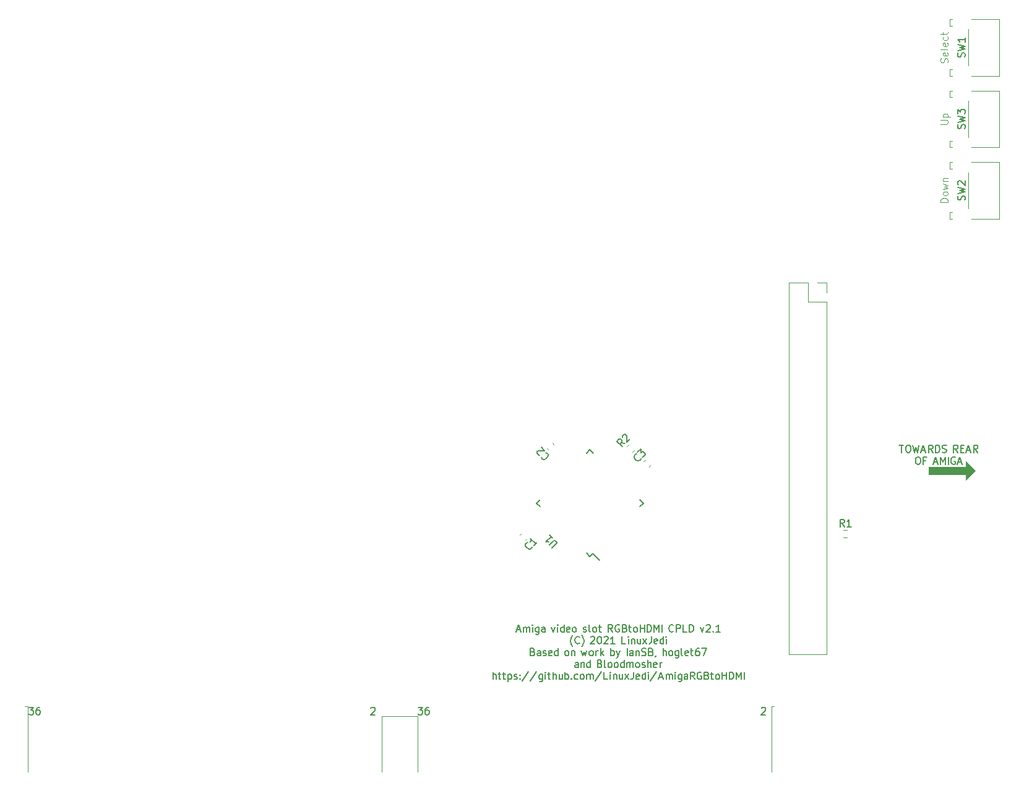
<source format=gbr>
G04 #@! TF.GenerationSoftware,KiCad,Pcbnew,6.99.0-dde629330d~145~ubuntu21.04.1*
G04 #@! TF.CreationDate,2022-01-09T07:55:56+00:00*
G04 #@! TF.ProjectId,videoslotadapter,76696465-6f73-46c6-9f74-616461707465,rev?*
G04 #@! TF.SameCoordinates,Original*
G04 #@! TF.FileFunction,Legend,Top*
G04 #@! TF.FilePolarity,Positive*
%FSLAX46Y46*%
G04 Gerber Fmt 4.6, Leading zero omitted, Abs format (unit mm)*
G04 Created by KiCad (PCBNEW 6.99.0-dde629330d~145~ubuntu21.04.1) date 2022-01-09 07:55:56*
%MOMM*%
%LPD*%
G01*
G04 APERTURE LIST*
%ADD10C,0.100000*%
%ADD11C,0.150000*%
%ADD12C,0.120000*%
G04 APERTURE END LIST*
D10*
X240030000Y-74930000D02*
X238760000Y-76200000D01*
X238760000Y-76200000D02*
X238760000Y-73660000D01*
X238760000Y-73660000D02*
X240030000Y-74930000D01*
G36*
X240030000Y-74930000D02*
G01*
X238760000Y-76200000D01*
X238760000Y-73660000D01*
X240030000Y-74930000D01*
G37*
X240030000Y-74930000D02*
X238760000Y-76200000D01*
X238760000Y-73660000D01*
X240030000Y-74930000D01*
X238760000Y-75438000D02*
X233680000Y-75438000D01*
X233680000Y-75438000D02*
X233680000Y-74422000D01*
X233680000Y-74422000D02*
X238760000Y-74422000D01*
X238760000Y-74422000D02*
X238760000Y-75438000D01*
G36*
X238760000Y-75438000D02*
G01*
X233680000Y-75438000D01*
X233680000Y-74422000D01*
X238760000Y-74422000D01*
X238760000Y-75438000D01*
G37*
X238760000Y-75438000D02*
X233680000Y-75438000D01*
X233680000Y-74422000D01*
X238760000Y-74422000D01*
X238760000Y-75438000D01*
D11*
X229666290Y-71413380D02*
X230237718Y-71413380D01*
X229952004Y-72413380D02*
X229952004Y-71413380D01*
X230816289Y-71413380D02*
X231006765Y-71413380D01*
X231102003Y-71461000D01*
X231197241Y-71556238D01*
X231244860Y-71746714D01*
X231244860Y-72080047D01*
X231197241Y-72270523D01*
X231102003Y-72365761D01*
X231006765Y-72413380D01*
X230816289Y-72413380D01*
X230721051Y-72365761D01*
X230625813Y-72270523D01*
X230578194Y-72080047D01*
X230578194Y-71746714D01*
X230625813Y-71556238D01*
X230721051Y-71461000D01*
X230816289Y-71413380D01*
X231537717Y-71413380D02*
X231775812Y-72413380D01*
X231966288Y-71699095D01*
X232156764Y-72413380D01*
X232394860Y-71413380D01*
X232735336Y-72127666D02*
X233211526Y-72127666D01*
X232640098Y-72413380D02*
X232973431Y-71413380D01*
X233306764Y-72413380D01*
X234266287Y-72413380D02*
X233932954Y-71937190D01*
X233694859Y-72413380D02*
X233694859Y-71413380D01*
X234075811Y-71413380D01*
X234171049Y-71461000D01*
X234218668Y-71508619D01*
X234266287Y-71603857D01*
X234266287Y-71746714D01*
X234218668Y-71841952D01*
X234171049Y-71889571D01*
X234075811Y-71937190D01*
X233694859Y-71937190D01*
X234654382Y-72413380D02*
X234654382Y-71413380D01*
X234892477Y-71413380D01*
X235035334Y-71461000D01*
X235130572Y-71556238D01*
X235178191Y-71651476D01*
X235225810Y-71841952D01*
X235225810Y-71984809D01*
X235178191Y-72175285D01*
X235130572Y-72270523D01*
X235035334Y-72365761D01*
X234892477Y-72413380D01*
X234654382Y-72413380D01*
X235566286Y-72365761D02*
X235709143Y-72413380D01*
X235947238Y-72413380D01*
X236042476Y-72365761D01*
X236090095Y-72318142D01*
X236137714Y-72222904D01*
X236137714Y-72127666D01*
X236090095Y-72032428D01*
X236042476Y-71984809D01*
X235947238Y-71937190D01*
X235756762Y-71889571D01*
X235661524Y-71841952D01*
X235613905Y-71794333D01*
X235566286Y-71699095D01*
X235566286Y-71603857D01*
X235613905Y-71508619D01*
X235661524Y-71461000D01*
X235756762Y-71413380D01*
X235994857Y-71413380D01*
X236137714Y-71461000D01*
X237697237Y-72413380D02*
X237363904Y-71937190D01*
X237125809Y-72413380D02*
X237125809Y-71413380D01*
X237506761Y-71413380D01*
X237601999Y-71461000D01*
X237649618Y-71508619D01*
X237697237Y-71603857D01*
X237697237Y-71746714D01*
X237649618Y-71841952D01*
X237601999Y-71889571D01*
X237506761Y-71937190D01*
X237125809Y-71937190D01*
X238085332Y-71889571D02*
X238418665Y-71889571D01*
X238561522Y-72413380D02*
X238085332Y-72413380D01*
X238085332Y-71413380D01*
X238561522Y-71413380D01*
X238901998Y-72127666D02*
X239378188Y-72127666D01*
X238806760Y-72413380D02*
X239140093Y-71413380D01*
X239473426Y-72413380D01*
X240432949Y-72413380D02*
X240099616Y-71937190D01*
X239861521Y-72413380D02*
X239861521Y-71413380D01*
X240242473Y-71413380D01*
X240337711Y-71461000D01*
X240385330Y-71508619D01*
X240432949Y-71603857D01*
X240432949Y-71746714D01*
X240385330Y-71841952D01*
X240337711Y-71889571D01*
X240242473Y-71937190D01*
X239861521Y-71937190D01*
X232156764Y-73033380D02*
X232347240Y-73033380D01*
X232442478Y-73081000D01*
X232537716Y-73176238D01*
X232585335Y-73366714D01*
X232585335Y-73700047D01*
X232537716Y-73890523D01*
X232442478Y-73985761D01*
X232347240Y-74033380D01*
X232156764Y-74033380D01*
X232061526Y-73985761D01*
X231966288Y-73890523D01*
X231918669Y-73700047D01*
X231918669Y-73366714D01*
X231966288Y-73176238D01*
X232061526Y-73081000D01*
X232156764Y-73033380D01*
X233306763Y-73509571D02*
X232973430Y-73509571D01*
X232973430Y-74033380D02*
X232973430Y-73033380D01*
X233449620Y-73033380D01*
X234390096Y-73747666D02*
X234866286Y-73747666D01*
X234294858Y-74033380D02*
X234628191Y-73033380D01*
X234961524Y-74033380D01*
X235349619Y-74033380D02*
X235349619Y-73033380D01*
X235682952Y-73747666D01*
X236016285Y-73033380D01*
X236016285Y-74033380D01*
X236404380Y-74033380D02*
X236404380Y-73033380D01*
X237316284Y-73081000D02*
X237221046Y-73033380D01*
X237078189Y-73033380D01*
X236935332Y-73081000D01*
X236840094Y-73176238D01*
X236792475Y-73271476D01*
X236744856Y-73461952D01*
X236744856Y-73604809D01*
X236792475Y-73795285D01*
X236840094Y-73890523D01*
X236935332Y-73985761D01*
X237078189Y-74033380D01*
X237173427Y-74033380D01*
X237316284Y-73985761D01*
X237363903Y-73938142D01*
X237363903Y-73604809D01*
X237173427Y-73604809D01*
X237704379Y-73747666D02*
X238180569Y-73747666D01*
X237609141Y-74033380D02*
X237942474Y-73033380D01*
X238275807Y-74033380D01*
D10*
X235327380Y-27448808D02*
X236136904Y-27448808D01*
X236232142Y-27401189D01*
X236279761Y-27353570D01*
X236327380Y-27258332D01*
X236327380Y-27067856D01*
X236279761Y-26972618D01*
X236232142Y-26924999D01*
X236136904Y-26877380D01*
X235327380Y-26877380D01*
X235660714Y-26489285D02*
X236660714Y-26489285D01*
X235708333Y-26489285D02*
X235660714Y-26394047D01*
X235660714Y-26203571D01*
X235708333Y-26108333D01*
X235755952Y-26060714D01*
X235851190Y-26013095D01*
X236136904Y-26013095D01*
X236232142Y-26060714D01*
X236279761Y-26108333D01*
X236327380Y-26203571D01*
X236327380Y-26394047D01*
X236279761Y-26489285D01*
X236279761Y-19044045D02*
X236327380Y-18901188D01*
X236327380Y-18663093D01*
X236279761Y-18567855D01*
X236232142Y-18520236D01*
X236136904Y-18472617D01*
X236041666Y-18472617D01*
X235946428Y-18520236D01*
X235898809Y-18567855D01*
X235851190Y-18663093D01*
X235803571Y-18853569D01*
X235755952Y-18948807D01*
X235708333Y-18996426D01*
X235613095Y-19044045D01*
X235517857Y-19044045D01*
X235422619Y-18996426D01*
X235375000Y-18948807D01*
X235327380Y-18853569D01*
X235327380Y-18615474D01*
X235375000Y-18472617D01*
X236279761Y-17703570D02*
X236327380Y-17798808D01*
X236327380Y-17989284D01*
X236279761Y-18084522D01*
X236184523Y-18132141D01*
X235803571Y-18132141D01*
X235708333Y-18084522D01*
X235660714Y-17989284D01*
X235660714Y-17798808D01*
X235708333Y-17703570D01*
X235803571Y-17655951D01*
X235898809Y-17655951D01*
X235994047Y-18132141D01*
X236327380Y-17124999D02*
X236279761Y-17220237D01*
X236184523Y-17267856D01*
X235327380Y-17267856D01*
X236279761Y-16355952D02*
X236327380Y-16451190D01*
X236327380Y-16641666D01*
X236279761Y-16736904D01*
X236184523Y-16784523D01*
X235803571Y-16784523D01*
X235708333Y-16736904D01*
X235660714Y-16641666D01*
X235660714Y-16451190D01*
X235708333Y-16355952D01*
X235803571Y-16308333D01*
X235898809Y-16308333D01*
X235994047Y-16784523D01*
X236279761Y-15491667D02*
X236327380Y-15586905D01*
X236327380Y-15777381D01*
X236279761Y-15872619D01*
X236232142Y-15920238D01*
X236136904Y-15967857D01*
X235851190Y-15967857D01*
X235755952Y-15920238D01*
X235708333Y-15872619D01*
X235660714Y-15777381D01*
X235660714Y-15586905D01*
X235708333Y-15491667D01*
X235660714Y-15246429D02*
X235660714Y-14865477D01*
X235327380Y-15103572D02*
X236184523Y-15103572D01*
X236279761Y-15055953D01*
X236327380Y-14960715D01*
X236327380Y-14865477D01*
D11*
X177304772Y-96701666D02*
X177780962Y-96701666D01*
X177209534Y-96987380D02*
X177542867Y-95987380D01*
X177876200Y-96987380D01*
X178264295Y-96987380D02*
X178264295Y-96320714D01*
X178264295Y-96415952D02*
X178311914Y-96368333D01*
X178407152Y-96320714D01*
X178550009Y-96320714D01*
X178645247Y-96368333D01*
X178692866Y-96463571D01*
X178692866Y-96987380D01*
X178692866Y-96463571D02*
X178740485Y-96368333D01*
X178835723Y-96320714D01*
X178978580Y-96320714D01*
X179073819Y-96368333D01*
X179121438Y-96463571D01*
X179121438Y-96987380D01*
X179509533Y-96987380D02*
X179509533Y-96320714D01*
X179509533Y-95987380D02*
X179461914Y-96035000D01*
X179509533Y-96082619D01*
X179557152Y-96035000D01*
X179509533Y-95987380D01*
X179509533Y-96082619D01*
X180373818Y-96320714D02*
X180373818Y-97130238D01*
X180326199Y-97225476D01*
X180278580Y-97273095D01*
X180183342Y-97320714D01*
X180040485Y-97320714D01*
X179945247Y-97273095D01*
X180373818Y-96939761D02*
X180278580Y-96987380D01*
X180088104Y-96987380D01*
X179992866Y-96939761D01*
X179945247Y-96892142D01*
X179897628Y-96796904D01*
X179897628Y-96511190D01*
X179945247Y-96415952D01*
X179992866Y-96368333D01*
X180088104Y-96320714D01*
X180278580Y-96320714D01*
X180373818Y-96368333D01*
X181190484Y-96987380D02*
X181190484Y-96463571D01*
X181142865Y-96368333D01*
X181047627Y-96320714D01*
X180857151Y-96320714D01*
X180761913Y-96368333D01*
X181190484Y-96939761D02*
X181095246Y-96987380D01*
X180857151Y-96987380D01*
X180761913Y-96939761D01*
X180714294Y-96844523D01*
X180714294Y-96749285D01*
X180761913Y-96654047D01*
X180857151Y-96606428D01*
X181095246Y-96606428D01*
X181190484Y-96558809D01*
X182083341Y-96320714D02*
X182321436Y-96987380D01*
X182559531Y-96320714D01*
X182947626Y-96987380D02*
X182947626Y-96320714D01*
X182947626Y-95987380D02*
X182900007Y-96035000D01*
X182947626Y-96082619D01*
X182995245Y-96035000D01*
X182947626Y-95987380D01*
X182947626Y-96082619D01*
X183811911Y-96987380D02*
X183811911Y-95987380D01*
X183811911Y-96939761D02*
X183716673Y-96987380D01*
X183526197Y-96987380D01*
X183430959Y-96939761D01*
X183383340Y-96892142D01*
X183335721Y-96796904D01*
X183335721Y-96511190D01*
X183383340Y-96415952D01*
X183430959Y-96368333D01*
X183526197Y-96320714D01*
X183716673Y-96320714D01*
X183811911Y-96368333D01*
X184580958Y-96939761D02*
X184485720Y-96987380D01*
X184295244Y-96987380D01*
X184200006Y-96939761D01*
X184152387Y-96844523D01*
X184152387Y-96463571D01*
X184200006Y-96368333D01*
X184295244Y-96320714D01*
X184485720Y-96320714D01*
X184580958Y-96368333D01*
X184628577Y-96463571D01*
X184628577Y-96558809D01*
X184152387Y-96654047D01*
X185159529Y-96987380D02*
X185064291Y-96939761D01*
X185016672Y-96892142D01*
X184969053Y-96796904D01*
X184969053Y-96511190D01*
X185016672Y-96415952D01*
X185064291Y-96368333D01*
X185159529Y-96320714D01*
X185302386Y-96320714D01*
X185397624Y-96368333D01*
X185445243Y-96415952D01*
X185492862Y-96511190D01*
X185492862Y-96796904D01*
X185445243Y-96892142D01*
X185397624Y-96939761D01*
X185302386Y-96987380D01*
X185159529Y-96987380D01*
X186433338Y-96939761D02*
X186528576Y-96987380D01*
X186719052Y-96987380D01*
X186814290Y-96939761D01*
X186861909Y-96844523D01*
X186861909Y-96796904D01*
X186814290Y-96701666D01*
X186719052Y-96654047D01*
X186576195Y-96654047D01*
X186480957Y-96606428D01*
X186433338Y-96511190D01*
X186433338Y-96463571D01*
X186480957Y-96368333D01*
X186576195Y-96320714D01*
X186719052Y-96320714D01*
X186814290Y-96368333D01*
X187392861Y-96987380D02*
X187297623Y-96939761D01*
X187250004Y-96844523D01*
X187250004Y-95987380D01*
X187923813Y-96987380D02*
X187828575Y-96939761D01*
X187780956Y-96892142D01*
X187733337Y-96796904D01*
X187733337Y-96511190D01*
X187780956Y-96415952D01*
X187828575Y-96368333D01*
X187923813Y-96320714D01*
X188066670Y-96320714D01*
X188161908Y-96368333D01*
X188209527Y-96415952D01*
X188257146Y-96511190D01*
X188257146Y-96796904D01*
X188209527Y-96892142D01*
X188161908Y-96939761D01*
X188066670Y-96987380D01*
X187923813Y-96987380D01*
X188502384Y-96320714D02*
X188883336Y-96320714D01*
X188645241Y-95987380D02*
X188645241Y-96844523D01*
X188692860Y-96939761D01*
X188788098Y-96987380D01*
X188883336Y-96987380D01*
X190442859Y-96987380D02*
X190109526Y-96511190D01*
X189871431Y-96987380D02*
X189871431Y-95987380D01*
X190252383Y-95987380D01*
X190347621Y-96035000D01*
X190395240Y-96082619D01*
X190442859Y-96177857D01*
X190442859Y-96320714D01*
X190395240Y-96415952D01*
X190347621Y-96463571D01*
X190252383Y-96511190D01*
X189871431Y-96511190D01*
X191354763Y-96035000D02*
X191259525Y-95987380D01*
X191116668Y-95987380D01*
X190973811Y-96035000D01*
X190878573Y-96130238D01*
X190830954Y-96225476D01*
X190783335Y-96415952D01*
X190783335Y-96558809D01*
X190830954Y-96749285D01*
X190878573Y-96844523D01*
X190973811Y-96939761D01*
X191116668Y-96987380D01*
X191211906Y-96987380D01*
X191354763Y-96939761D01*
X191402382Y-96892142D01*
X191402382Y-96558809D01*
X191211906Y-96558809D01*
X192123810Y-96463571D02*
X192266667Y-96511190D01*
X192314286Y-96558809D01*
X192361905Y-96654047D01*
X192361905Y-96796904D01*
X192314286Y-96892142D01*
X192266667Y-96939761D01*
X192171429Y-96987380D01*
X191790477Y-96987380D01*
X191790477Y-95987380D01*
X192123810Y-95987380D01*
X192219048Y-96035000D01*
X192266667Y-96082619D01*
X192314286Y-96177857D01*
X192314286Y-96273095D01*
X192266667Y-96368333D01*
X192219048Y-96415952D01*
X192123810Y-96463571D01*
X191790477Y-96463571D01*
X192607143Y-96320714D02*
X192988095Y-96320714D01*
X192750000Y-95987380D02*
X192750000Y-96844523D01*
X192797619Y-96939761D01*
X192892857Y-96987380D01*
X192988095Y-96987380D01*
X193519047Y-96987380D02*
X193423809Y-96939761D01*
X193376190Y-96892142D01*
X193328571Y-96796904D01*
X193328571Y-96511190D01*
X193376190Y-96415952D01*
X193423809Y-96368333D01*
X193519047Y-96320714D01*
X193661904Y-96320714D01*
X193757142Y-96368333D01*
X193804761Y-96415952D01*
X193852380Y-96511190D01*
X193852380Y-96796904D01*
X193804761Y-96892142D01*
X193757142Y-96939761D01*
X193661904Y-96987380D01*
X193519047Y-96987380D01*
X194240475Y-96987380D02*
X194240475Y-95987380D01*
X194240475Y-96463571D02*
X194811903Y-96463571D01*
X194811903Y-96987380D02*
X194811903Y-95987380D01*
X195199998Y-96987380D02*
X195199998Y-95987380D01*
X195438093Y-95987380D01*
X195580950Y-96035000D01*
X195676188Y-96130238D01*
X195723807Y-96225476D01*
X195771426Y-96415952D01*
X195771426Y-96558809D01*
X195723807Y-96749285D01*
X195676188Y-96844523D01*
X195580950Y-96939761D01*
X195438093Y-96987380D01*
X195199998Y-96987380D01*
X196159521Y-96987380D02*
X196159521Y-95987380D01*
X196492854Y-96701666D01*
X196826187Y-95987380D01*
X196826187Y-96987380D01*
X197214282Y-96987380D02*
X197214282Y-95987380D01*
X198773805Y-96892142D02*
X198726186Y-96939761D01*
X198583329Y-96987380D01*
X198488091Y-96987380D01*
X198345234Y-96939761D01*
X198249996Y-96844523D01*
X198202377Y-96749285D01*
X198154758Y-96558809D01*
X198154758Y-96415952D01*
X198202377Y-96225476D01*
X198249996Y-96130238D01*
X198345234Y-96035000D01*
X198488091Y-95987380D01*
X198583329Y-95987380D01*
X198726186Y-96035000D01*
X198773805Y-96082619D01*
X199161900Y-96987380D02*
X199161900Y-95987380D01*
X199542852Y-95987380D01*
X199638090Y-96035000D01*
X199685709Y-96082619D01*
X199733328Y-96177857D01*
X199733328Y-96320714D01*
X199685709Y-96415952D01*
X199638090Y-96463571D01*
X199542852Y-96511190D01*
X199161900Y-96511190D01*
X200597613Y-96987380D02*
X200121423Y-96987380D01*
X200121423Y-95987380D01*
X200985708Y-96987380D02*
X200985708Y-95987380D01*
X201223803Y-95987380D01*
X201366660Y-96035000D01*
X201461898Y-96130238D01*
X201509517Y-96225476D01*
X201557136Y-96415952D01*
X201557136Y-96558809D01*
X201509517Y-96749285D01*
X201461898Y-96844523D01*
X201366660Y-96939761D01*
X201223803Y-96987380D01*
X200985708Y-96987380D01*
X202449993Y-96320714D02*
X202688088Y-96987380D01*
X202926183Y-96320714D01*
X203266659Y-96082619D02*
X203314278Y-96035000D01*
X203409516Y-95987380D01*
X203647611Y-95987380D01*
X203742849Y-96035000D01*
X203790468Y-96082619D01*
X203838087Y-96177857D01*
X203838087Y-96273095D01*
X203790468Y-96415952D01*
X203219040Y-96987380D01*
X203838087Y-96987380D01*
X204226182Y-96892142D02*
X204273801Y-96939761D01*
X204226182Y-96987380D01*
X204178563Y-96939761D01*
X204226182Y-96892142D01*
X204226182Y-96987380D01*
X205185705Y-96987380D02*
X204614277Y-96987380D01*
X204899991Y-96987380D02*
X204899991Y-95987380D01*
X204804753Y-96130238D01*
X204709515Y-96225476D01*
X204614277Y-96273095D01*
X184972624Y-98988333D02*
X184925005Y-98940714D01*
X184829767Y-98797857D01*
X184782148Y-98702619D01*
X184734529Y-98559761D01*
X184686910Y-98321666D01*
X184686910Y-98131190D01*
X184734529Y-97893095D01*
X184782148Y-97750238D01*
X184829767Y-97655000D01*
X184925005Y-97512142D01*
X184972624Y-97464523D01*
X185932147Y-98512142D02*
X185884528Y-98559761D01*
X185741671Y-98607380D01*
X185646433Y-98607380D01*
X185503576Y-98559761D01*
X185408338Y-98464523D01*
X185360719Y-98369285D01*
X185313100Y-98178809D01*
X185313100Y-98035952D01*
X185360719Y-97845476D01*
X185408338Y-97750238D01*
X185503576Y-97655000D01*
X185646433Y-97607380D01*
X185741671Y-97607380D01*
X185884528Y-97655000D01*
X185932147Y-97702619D01*
X186225004Y-98988333D02*
X186272623Y-98940714D01*
X186367861Y-98797857D01*
X186415480Y-98702619D01*
X186463099Y-98559761D01*
X186510718Y-98321666D01*
X186510718Y-98131190D01*
X186463099Y-97893095D01*
X186415480Y-97750238D01*
X186367861Y-97655000D01*
X186272623Y-97512142D01*
X186225004Y-97464523D01*
X187451194Y-97702619D02*
X187498813Y-97655000D01*
X187594051Y-97607380D01*
X187832146Y-97607380D01*
X187927384Y-97655000D01*
X187975003Y-97702619D01*
X188022622Y-97797857D01*
X188022622Y-97893095D01*
X187975003Y-98035952D01*
X187403575Y-98607380D01*
X188022622Y-98607380D01*
X188601193Y-97607380D02*
X188696431Y-97607380D01*
X188791669Y-97655000D01*
X188839288Y-97702619D01*
X188886907Y-97797857D01*
X188934526Y-97988333D01*
X188934526Y-98226428D01*
X188886907Y-98416904D01*
X188839288Y-98512142D01*
X188791669Y-98559761D01*
X188696431Y-98607380D01*
X188601193Y-98607380D01*
X188505955Y-98559761D01*
X188458336Y-98512142D01*
X188410717Y-98416904D01*
X188363098Y-98226428D01*
X188363098Y-97988333D01*
X188410717Y-97797857D01*
X188458336Y-97702619D01*
X188505955Y-97655000D01*
X188601193Y-97607380D01*
X189275002Y-97702619D02*
X189322621Y-97655000D01*
X189417859Y-97607380D01*
X189655954Y-97607380D01*
X189751192Y-97655000D01*
X189798811Y-97702619D01*
X189846430Y-97797857D01*
X189846430Y-97893095D01*
X189798811Y-98035952D01*
X189227383Y-98607380D01*
X189846430Y-98607380D01*
X190758334Y-98607380D02*
X190186906Y-98607380D01*
X190472620Y-98607380D02*
X190472620Y-97607380D01*
X190377382Y-97750238D01*
X190282144Y-97845476D01*
X190186906Y-97893095D01*
X192222619Y-98607380D02*
X191746429Y-98607380D01*
X191746429Y-97607380D01*
X192610714Y-98607380D02*
X192610714Y-97940714D01*
X192610714Y-97607380D02*
X192563095Y-97655000D01*
X192610714Y-97702619D01*
X192658333Y-97655000D01*
X192610714Y-97607380D01*
X192610714Y-97702619D01*
X193046428Y-97940714D02*
X193046428Y-98607380D01*
X193046428Y-98035952D02*
X193094047Y-97988333D01*
X193189285Y-97940714D01*
X193332142Y-97940714D01*
X193427380Y-97988333D01*
X193474999Y-98083571D01*
X193474999Y-98607380D01*
X194291665Y-97940714D02*
X194291665Y-98607380D01*
X193863094Y-97940714D02*
X193863094Y-98464523D01*
X193910713Y-98559761D01*
X194005951Y-98607380D01*
X194148808Y-98607380D01*
X194244046Y-98559761D01*
X194291665Y-98512142D01*
X194584522Y-98607380D02*
X195108331Y-97940714D01*
X194584522Y-97940714D02*
X195108331Y-98607380D01*
X195782140Y-97607380D02*
X195782140Y-98321666D01*
X195734521Y-98464523D01*
X195639283Y-98559761D01*
X195496426Y-98607380D01*
X195401188Y-98607380D01*
X196551187Y-98559761D02*
X196455949Y-98607380D01*
X196265473Y-98607380D01*
X196170235Y-98559761D01*
X196122616Y-98464523D01*
X196122616Y-98083571D01*
X196170235Y-97988333D01*
X196265473Y-97940714D01*
X196455949Y-97940714D01*
X196551187Y-97988333D01*
X196598806Y-98083571D01*
X196598806Y-98178809D01*
X196122616Y-98274047D01*
X197415472Y-98607380D02*
X197415472Y-97607380D01*
X197415472Y-98559761D02*
X197320234Y-98607380D01*
X197129758Y-98607380D01*
X197034520Y-98559761D01*
X196986901Y-98512142D01*
X196939282Y-98416904D01*
X196939282Y-98131190D01*
X196986901Y-98035952D01*
X197034520Y-97988333D01*
X197129758Y-97940714D01*
X197320234Y-97940714D01*
X197415472Y-97988333D01*
X197803567Y-98607380D02*
X197803567Y-97940714D01*
X197803567Y-97607380D02*
X197755948Y-97655000D01*
X197803567Y-97702619D01*
X197851186Y-97655000D01*
X197803567Y-97607380D01*
X197803567Y-97702619D01*
X179533342Y-99703571D02*
X179676199Y-99751190D01*
X179723818Y-99798809D01*
X179771437Y-99894047D01*
X179771437Y-100036904D01*
X179723818Y-100132142D01*
X179676199Y-100179761D01*
X179580961Y-100227380D01*
X179200009Y-100227380D01*
X179200009Y-99227380D01*
X179533342Y-99227380D01*
X179628580Y-99275000D01*
X179676199Y-99322619D01*
X179723818Y-99417857D01*
X179723818Y-99513095D01*
X179676199Y-99608333D01*
X179628580Y-99655952D01*
X179533342Y-99703571D01*
X179200009Y-99703571D01*
X180588103Y-100227380D02*
X180588103Y-99703571D01*
X180540484Y-99608333D01*
X180445246Y-99560714D01*
X180254770Y-99560714D01*
X180159532Y-99608333D01*
X180588103Y-100179761D02*
X180492865Y-100227380D01*
X180254770Y-100227380D01*
X180159532Y-100179761D01*
X180111913Y-100084523D01*
X180111913Y-99989285D01*
X180159532Y-99894047D01*
X180254770Y-99846428D01*
X180492865Y-99846428D01*
X180588103Y-99798809D01*
X180928579Y-100179761D02*
X181023817Y-100227380D01*
X181214293Y-100227380D01*
X181309531Y-100179761D01*
X181357150Y-100084523D01*
X181357150Y-100036904D01*
X181309531Y-99941666D01*
X181214293Y-99894047D01*
X181071436Y-99894047D01*
X180976198Y-99846428D01*
X180928579Y-99751190D01*
X180928579Y-99703571D01*
X180976198Y-99608333D01*
X181071436Y-99560714D01*
X181214293Y-99560714D01*
X181309531Y-99608333D01*
X182126197Y-100179761D02*
X182030959Y-100227380D01*
X181840483Y-100227380D01*
X181745245Y-100179761D01*
X181697626Y-100084523D01*
X181697626Y-99703571D01*
X181745245Y-99608333D01*
X181840483Y-99560714D01*
X182030959Y-99560714D01*
X182126197Y-99608333D01*
X182173816Y-99703571D01*
X182173816Y-99798809D01*
X181697626Y-99894047D01*
X182990482Y-100227380D02*
X182990482Y-99227380D01*
X182990482Y-100179761D02*
X182895244Y-100227380D01*
X182704768Y-100227380D01*
X182609530Y-100179761D01*
X182561911Y-100132142D01*
X182514292Y-100036904D01*
X182514292Y-99751190D01*
X182561911Y-99655952D01*
X182609530Y-99608333D01*
X182704768Y-99560714D01*
X182895244Y-99560714D01*
X182990482Y-99608333D01*
X184121434Y-100227380D02*
X184026196Y-100179761D01*
X183978577Y-100132142D01*
X183930958Y-100036904D01*
X183930958Y-99751190D01*
X183978577Y-99655952D01*
X184026196Y-99608333D01*
X184121434Y-99560714D01*
X184264291Y-99560714D01*
X184359529Y-99608333D01*
X184407148Y-99655952D01*
X184454767Y-99751190D01*
X184454767Y-100036904D01*
X184407148Y-100132142D01*
X184359529Y-100179761D01*
X184264291Y-100227380D01*
X184121434Y-100227380D01*
X184842862Y-99560714D02*
X184842862Y-100227380D01*
X184842862Y-99655952D02*
X184890481Y-99608333D01*
X184985719Y-99560714D01*
X185128576Y-99560714D01*
X185223814Y-99608333D01*
X185271433Y-99703571D01*
X185271433Y-100227380D01*
X186164290Y-99560714D02*
X186354766Y-100227380D01*
X186545242Y-99751190D01*
X186735718Y-100227380D01*
X186926194Y-99560714D01*
X187457146Y-100227380D02*
X187361908Y-100179761D01*
X187314289Y-100132142D01*
X187266670Y-100036904D01*
X187266670Y-99751190D01*
X187314289Y-99655952D01*
X187361908Y-99608333D01*
X187457146Y-99560714D01*
X187600003Y-99560714D01*
X187695241Y-99608333D01*
X187742860Y-99655952D01*
X187790479Y-99751190D01*
X187790479Y-100036904D01*
X187742860Y-100132142D01*
X187695241Y-100179761D01*
X187600003Y-100227380D01*
X187457146Y-100227380D01*
X188178574Y-100227380D02*
X188178574Y-99560714D01*
X188178574Y-99751190D02*
X188226193Y-99655952D01*
X188273812Y-99608333D01*
X188369050Y-99560714D01*
X188464288Y-99560714D01*
X188852383Y-100227380D02*
X188852383Y-99227380D01*
X188947621Y-99846428D02*
X189233335Y-100227380D01*
X189233335Y-99560714D02*
X188852383Y-99941666D01*
X190221430Y-100227380D02*
X190221430Y-99227380D01*
X190221430Y-99608333D02*
X190316668Y-99560714D01*
X190507144Y-99560714D01*
X190602382Y-99608333D01*
X190650001Y-99655952D01*
X190697620Y-99751190D01*
X190697620Y-100036904D01*
X190650001Y-100132142D01*
X190602382Y-100179761D01*
X190507144Y-100227380D01*
X190316668Y-100227380D01*
X190221430Y-100179761D01*
X190990477Y-99560714D02*
X191228572Y-100227380D01*
X191466667Y-99560714D02*
X191228572Y-100227380D01*
X191133334Y-100465476D01*
X191085715Y-100513095D01*
X190990477Y-100560714D01*
X192454762Y-100227380D02*
X192454762Y-99227380D01*
X193271428Y-100227380D02*
X193271428Y-99703571D01*
X193223809Y-99608333D01*
X193128571Y-99560714D01*
X192938095Y-99560714D01*
X192842857Y-99608333D01*
X193271428Y-100179761D02*
X193176190Y-100227380D01*
X192938095Y-100227380D01*
X192842857Y-100179761D01*
X192795238Y-100084523D01*
X192795238Y-99989285D01*
X192842857Y-99894047D01*
X192938095Y-99846428D01*
X193176190Y-99846428D01*
X193271428Y-99798809D01*
X193659523Y-99560714D02*
X193659523Y-100227380D01*
X193659523Y-99655952D02*
X193707142Y-99608333D01*
X193802380Y-99560714D01*
X193945237Y-99560714D01*
X194040475Y-99608333D01*
X194088094Y-99703571D01*
X194088094Y-100227380D01*
X194428570Y-100179761D02*
X194571427Y-100227380D01*
X194809522Y-100227380D01*
X194904760Y-100179761D01*
X194952379Y-100132142D01*
X194999998Y-100036904D01*
X194999998Y-99941666D01*
X194952379Y-99846428D01*
X194904760Y-99798809D01*
X194809522Y-99751190D01*
X194619046Y-99703571D01*
X194523808Y-99655952D01*
X194476189Y-99608333D01*
X194428570Y-99513095D01*
X194428570Y-99417857D01*
X194476189Y-99322619D01*
X194523808Y-99275000D01*
X194619046Y-99227380D01*
X194857141Y-99227380D01*
X194999998Y-99275000D01*
X195721426Y-99703571D02*
X195864283Y-99751190D01*
X195911902Y-99798809D01*
X195959521Y-99894047D01*
X195959521Y-100036904D01*
X195911902Y-100132142D01*
X195864283Y-100179761D01*
X195769045Y-100227380D01*
X195388093Y-100227380D01*
X195388093Y-99227380D01*
X195721426Y-99227380D01*
X195816664Y-99275000D01*
X195864283Y-99322619D01*
X195911902Y-99417857D01*
X195911902Y-99513095D01*
X195864283Y-99608333D01*
X195816664Y-99655952D01*
X195721426Y-99703571D01*
X195388093Y-99703571D01*
X196395235Y-100179761D02*
X196395235Y-100227380D01*
X196347616Y-100322619D01*
X196299997Y-100370238D01*
X197383330Y-100227380D02*
X197383330Y-99227380D01*
X197811901Y-100227380D02*
X197811901Y-99703571D01*
X197764282Y-99608333D01*
X197669044Y-99560714D01*
X197526187Y-99560714D01*
X197430949Y-99608333D01*
X197383330Y-99655952D01*
X198342853Y-100227380D02*
X198247615Y-100179761D01*
X198199996Y-100132142D01*
X198152377Y-100036904D01*
X198152377Y-99751190D01*
X198199996Y-99655952D01*
X198247615Y-99608333D01*
X198342853Y-99560714D01*
X198485710Y-99560714D01*
X198580948Y-99608333D01*
X198628567Y-99655952D01*
X198676186Y-99751190D01*
X198676186Y-100036904D01*
X198628567Y-100132142D01*
X198580948Y-100179761D01*
X198485710Y-100227380D01*
X198342853Y-100227380D01*
X199492852Y-99560714D02*
X199492852Y-100370238D01*
X199445233Y-100465476D01*
X199397614Y-100513095D01*
X199302376Y-100560714D01*
X199159519Y-100560714D01*
X199064281Y-100513095D01*
X199492852Y-100179761D02*
X199397614Y-100227380D01*
X199207138Y-100227380D01*
X199111900Y-100179761D01*
X199064281Y-100132142D01*
X199016662Y-100036904D01*
X199016662Y-99751190D01*
X199064281Y-99655952D01*
X199111900Y-99608333D01*
X199207138Y-99560714D01*
X199397614Y-99560714D01*
X199492852Y-99608333D01*
X200023804Y-100227380D02*
X199928566Y-100179761D01*
X199880947Y-100084523D01*
X199880947Y-99227380D01*
X200792851Y-100179761D02*
X200697613Y-100227380D01*
X200507137Y-100227380D01*
X200411899Y-100179761D01*
X200364280Y-100084523D01*
X200364280Y-99703571D01*
X200411899Y-99608333D01*
X200507137Y-99560714D01*
X200697613Y-99560714D01*
X200792851Y-99608333D01*
X200840470Y-99703571D01*
X200840470Y-99798809D01*
X200364280Y-99894047D01*
X201085708Y-99560714D02*
X201466660Y-99560714D01*
X201228565Y-99227380D02*
X201228565Y-100084523D01*
X201276184Y-100179761D01*
X201371422Y-100227380D01*
X201466660Y-100227380D01*
X202283326Y-99227380D02*
X202092850Y-99227380D01*
X201997612Y-99275000D01*
X201949993Y-99322619D01*
X201854755Y-99465476D01*
X201807136Y-99655952D01*
X201807136Y-100036904D01*
X201854755Y-100132142D01*
X201902374Y-100179761D01*
X201997612Y-100227380D01*
X202188088Y-100227380D01*
X202283326Y-100179761D01*
X202330945Y-100132142D01*
X202378564Y-100036904D01*
X202378564Y-99798809D01*
X202330945Y-99703571D01*
X202283326Y-99655952D01*
X202188088Y-99608333D01*
X201997612Y-99608333D01*
X201902374Y-99655952D01*
X201854755Y-99703571D01*
X201807136Y-99798809D01*
X202671421Y-99227380D02*
X203338087Y-99227380D01*
X202909516Y-100227380D01*
X185755956Y-101847380D02*
X185755956Y-101323571D01*
X185708337Y-101228333D01*
X185613099Y-101180714D01*
X185422623Y-101180714D01*
X185327385Y-101228333D01*
X185755956Y-101799761D02*
X185660718Y-101847380D01*
X185422623Y-101847380D01*
X185327385Y-101799761D01*
X185279766Y-101704523D01*
X185279766Y-101609285D01*
X185327385Y-101514047D01*
X185422623Y-101466428D01*
X185660718Y-101466428D01*
X185755956Y-101418809D01*
X186144051Y-101180714D02*
X186144051Y-101847380D01*
X186144051Y-101275952D02*
X186191670Y-101228333D01*
X186286908Y-101180714D01*
X186429765Y-101180714D01*
X186525003Y-101228333D01*
X186572622Y-101323571D01*
X186572622Y-101847380D01*
X187389288Y-101847380D02*
X187389288Y-100847380D01*
X187389288Y-101799761D02*
X187294050Y-101847380D01*
X187103574Y-101847380D01*
X187008336Y-101799761D01*
X186960717Y-101752142D01*
X186913098Y-101656904D01*
X186913098Y-101371190D01*
X186960717Y-101275952D01*
X187008336Y-101228333D01*
X187103574Y-101180714D01*
X187294050Y-101180714D01*
X187389288Y-101228333D01*
X188710716Y-101323571D02*
X188853573Y-101371190D01*
X188901192Y-101418809D01*
X188948811Y-101514047D01*
X188948811Y-101656904D01*
X188901192Y-101752142D01*
X188853573Y-101799761D01*
X188758335Y-101847380D01*
X188377383Y-101847380D01*
X188377383Y-100847380D01*
X188710716Y-100847380D01*
X188805954Y-100895000D01*
X188853573Y-100942619D01*
X188901192Y-101037857D01*
X188901192Y-101133095D01*
X188853573Y-101228333D01*
X188805954Y-101275952D01*
X188710716Y-101323571D01*
X188377383Y-101323571D01*
X189479763Y-101847380D02*
X189384525Y-101799761D01*
X189336906Y-101704523D01*
X189336906Y-100847380D01*
X190010715Y-101847380D02*
X189915477Y-101799761D01*
X189867858Y-101752142D01*
X189820239Y-101656904D01*
X189820239Y-101371190D01*
X189867858Y-101275952D01*
X189915477Y-101228333D01*
X190010715Y-101180714D01*
X190153572Y-101180714D01*
X190248810Y-101228333D01*
X190296429Y-101275952D01*
X190344048Y-101371190D01*
X190344048Y-101656904D01*
X190296429Y-101752142D01*
X190248810Y-101799761D01*
X190153572Y-101847380D01*
X190010715Y-101847380D01*
X190875000Y-101847380D02*
X190779762Y-101799761D01*
X190732143Y-101752142D01*
X190684524Y-101656904D01*
X190684524Y-101371190D01*
X190732143Y-101275952D01*
X190779762Y-101228333D01*
X190875000Y-101180714D01*
X191017857Y-101180714D01*
X191113095Y-101228333D01*
X191160714Y-101275952D01*
X191208333Y-101371190D01*
X191208333Y-101656904D01*
X191160714Y-101752142D01*
X191113095Y-101799761D01*
X191017857Y-101847380D01*
X190875000Y-101847380D01*
X192024999Y-101847380D02*
X192024999Y-100847380D01*
X192024999Y-101799761D02*
X191929761Y-101847380D01*
X191739285Y-101847380D01*
X191644047Y-101799761D01*
X191596428Y-101752142D01*
X191548809Y-101656904D01*
X191548809Y-101371190D01*
X191596428Y-101275952D01*
X191644047Y-101228333D01*
X191739285Y-101180714D01*
X191929761Y-101180714D01*
X192024999Y-101228333D01*
X192413094Y-101847380D02*
X192413094Y-101180714D01*
X192413094Y-101275952D02*
X192460713Y-101228333D01*
X192555951Y-101180714D01*
X192698808Y-101180714D01*
X192794046Y-101228333D01*
X192841665Y-101323571D01*
X192841665Y-101847380D01*
X192841665Y-101323571D02*
X192889284Y-101228333D01*
X192984522Y-101180714D01*
X193127379Y-101180714D01*
X193222618Y-101228333D01*
X193270237Y-101323571D01*
X193270237Y-101847380D01*
X193801189Y-101847380D02*
X193705951Y-101799761D01*
X193658332Y-101752142D01*
X193610713Y-101656904D01*
X193610713Y-101371190D01*
X193658332Y-101275952D01*
X193705951Y-101228333D01*
X193801189Y-101180714D01*
X193944046Y-101180714D01*
X194039284Y-101228333D01*
X194086903Y-101275952D01*
X194134522Y-101371190D01*
X194134522Y-101656904D01*
X194086903Y-101752142D01*
X194039284Y-101799761D01*
X193944046Y-101847380D01*
X193801189Y-101847380D01*
X194474998Y-101799761D02*
X194570236Y-101847380D01*
X194760712Y-101847380D01*
X194855950Y-101799761D01*
X194903569Y-101704523D01*
X194903569Y-101656904D01*
X194855950Y-101561666D01*
X194760712Y-101514047D01*
X194617855Y-101514047D01*
X194522617Y-101466428D01*
X194474998Y-101371190D01*
X194474998Y-101323571D01*
X194522617Y-101228333D01*
X194617855Y-101180714D01*
X194760712Y-101180714D01*
X194855950Y-101228333D01*
X195291664Y-101847380D02*
X195291664Y-100847380D01*
X195720235Y-101847380D02*
X195720235Y-101323571D01*
X195672616Y-101228333D01*
X195577378Y-101180714D01*
X195434521Y-101180714D01*
X195339283Y-101228333D01*
X195291664Y-101275952D01*
X196489282Y-101799761D02*
X196394044Y-101847380D01*
X196203568Y-101847380D01*
X196108330Y-101799761D01*
X196060711Y-101704523D01*
X196060711Y-101323571D01*
X196108330Y-101228333D01*
X196203568Y-101180714D01*
X196394044Y-101180714D01*
X196489282Y-101228333D01*
X196536901Y-101323571D01*
X196536901Y-101418809D01*
X196060711Y-101514047D01*
X196924996Y-101847380D02*
X196924996Y-101180714D01*
X196924996Y-101371190D02*
X196972615Y-101275952D01*
X197020234Y-101228333D01*
X197115472Y-101180714D01*
X197210710Y-101180714D01*
X174095251Y-103467380D02*
X174095251Y-102467380D01*
X174523822Y-103467380D02*
X174523822Y-102943571D01*
X174476203Y-102848333D01*
X174380965Y-102800714D01*
X174238108Y-102800714D01*
X174142870Y-102848333D01*
X174095251Y-102895952D01*
X174769060Y-102800714D02*
X175150012Y-102800714D01*
X174911917Y-102467380D02*
X174911917Y-103324523D01*
X174959536Y-103419761D01*
X175054774Y-103467380D01*
X175150012Y-103467380D01*
X175395250Y-102800714D02*
X175776202Y-102800714D01*
X175538107Y-102467380D02*
X175538107Y-103324523D01*
X175585726Y-103419761D01*
X175680964Y-103467380D01*
X175776202Y-103467380D01*
X176164297Y-102800714D02*
X176164297Y-103800714D01*
X176164297Y-102848333D02*
X176259535Y-102800714D01*
X176450011Y-102800714D01*
X176545249Y-102848333D01*
X176592868Y-102895952D01*
X176640487Y-102991190D01*
X176640487Y-103276904D01*
X176592868Y-103372142D01*
X176545249Y-103419761D01*
X176450011Y-103467380D01*
X176259535Y-103467380D01*
X176164297Y-103419761D01*
X176980963Y-103419761D02*
X177076201Y-103467380D01*
X177266677Y-103467380D01*
X177361915Y-103419761D01*
X177409534Y-103324523D01*
X177409534Y-103276904D01*
X177361915Y-103181666D01*
X177266677Y-103134047D01*
X177123820Y-103134047D01*
X177028582Y-103086428D01*
X176980963Y-102991190D01*
X176980963Y-102943571D01*
X177028582Y-102848333D01*
X177123820Y-102800714D01*
X177266677Y-102800714D01*
X177361915Y-102848333D01*
X177797629Y-103372142D02*
X177845248Y-103419761D01*
X177797629Y-103467380D01*
X177750010Y-103419761D01*
X177797629Y-103372142D01*
X177797629Y-103467380D01*
X177797629Y-102848333D02*
X177845248Y-102895952D01*
X177797629Y-102943571D01*
X177750010Y-102895952D01*
X177797629Y-102848333D01*
X177797629Y-102943571D01*
X178947628Y-102419761D02*
X178090486Y-103705476D01*
X180050008Y-102419761D02*
X179192866Y-103705476D01*
X180866674Y-102800714D02*
X180866674Y-103610238D01*
X180819055Y-103705476D01*
X180771436Y-103753095D01*
X180676198Y-103800714D01*
X180533341Y-103800714D01*
X180438103Y-103753095D01*
X180866674Y-103419761D02*
X180771436Y-103467380D01*
X180580960Y-103467380D01*
X180485722Y-103419761D01*
X180438103Y-103372142D01*
X180390484Y-103276904D01*
X180390484Y-102991190D01*
X180438103Y-102895952D01*
X180485722Y-102848333D01*
X180580960Y-102800714D01*
X180771436Y-102800714D01*
X180866674Y-102848333D01*
X181254769Y-103467380D02*
X181254769Y-102800714D01*
X181254769Y-102467380D02*
X181207150Y-102515000D01*
X181254769Y-102562619D01*
X181302388Y-102515000D01*
X181254769Y-102467380D01*
X181254769Y-102562619D01*
X181547626Y-102800714D02*
X181928578Y-102800714D01*
X181690483Y-102467380D02*
X181690483Y-103324523D01*
X181738102Y-103419761D01*
X181833340Y-103467380D01*
X181928578Y-103467380D01*
X182316673Y-103467380D02*
X182316673Y-102467380D01*
X182745244Y-103467380D02*
X182745244Y-102943571D01*
X182697625Y-102848333D01*
X182602387Y-102800714D01*
X182459530Y-102800714D01*
X182364292Y-102848333D01*
X182316673Y-102895952D01*
X183561910Y-102800714D02*
X183561910Y-103467380D01*
X183133339Y-102800714D02*
X183133339Y-103324523D01*
X183180958Y-103419761D01*
X183276196Y-103467380D01*
X183419053Y-103467380D01*
X183514291Y-103419761D01*
X183561910Y-103372142D01*
X183950005Y-103467380D02*
X183950005Y-102467380D01*
X183950005Y-102848333D02*
X184045243Y-102800714D01*
X184235719Y-102800714D01*
X184330957Y-102848333D01*
X184378576Y-102895952D01*
X184426195Y-102991190D01*
X184426195Y-103276904D01*
X184378576Y-103372142D01*
X184330957Y-103419761D01*
X184235719Y-103467380D01*
X184045243Y-103467380D01*
X183950005Y-103419761D01*
X184814290Y-103372142D02*
X184861909Y-103419761D01*
X184814290Y-103467380D01*
X184766671Y-103419761D01*
X184814290Y-103372142D01*
X184814290Y-103467380D01*
X185678575Y-103419761D02*
X185583337Y-103467380D01*
X185392861Y-103467380D01*
X185297623Y-103419761D01*
X185250004Y-103372142D01*
X185202385Y-103276904D01*
X185202385Y-102991190D01*
X185250004Y-102895952D01*
X185297623Y-102848333D01*
X185392861Y-102800714D01*
X185583337Y-102800714D01*
X185678575Y-102848333D01*
X186209527Y-103467380D02*
X186114289Y-103419761D01*
X186066670Y-103372142D01*
X186019051Y-103276904D01*
X186019051Y-102991190D01*
X186066670Y-102895952D01*
X186114289Y-102848333D01*
X186209527Y-102800714D01*
X186352384Y-102800714D01*
X186447622Y-102848333D01*
X186495241Y-102895952D01*
X186542860Y-102991190D01*
X186542860Y-103276904D01*
X186495241Y-103372142D01*
X186447622Y-103419761D01*
X186352384Y-103467380D01*
X186209527Y-103467380D01*
X186930955Y-103467380D02*
X186930955Y-102800714D01*
X186930955Y-102895952D02*
X186978574Y-102848333D01*
X187073812Y-102800714D01*
X187216669Y-102800714D01*
X187311907Y-102848333D01*
X187359526Y-102943571D01*
X187359526Y-103467380D01*
X187359526Y-102943571D02*
X187407145Y-102848333D01*
X187502383Y-102800714D01*
X187645240Y-102800714D01*
X187740479Y-102848333D01*
X187788098Y-102943571D01*
X187788098Y-103467380D01*
X188890478Y-102419761D02*
X188033336Y-103705476D01*
X189754763Y-103467380D02*
X189278573Y-103467380D01*
X189278573Y-102467380D01*
X190142858Y-103467380D02*
X190142858Y-102800714D01*
X190142858Y-102467380D02*
X190095239Y-102515000D01*
X190142858Y-102562619D01*
X190190477Y-102515000D01*
X190142858Y-102467380D01*
X190142858Y-102562619D01*
X190578572Y-102800714D02*
X190578572Y-103467380D01*
X190578572Y-102895952D02*
X190626191Y-102848333D01*
X190721429Y-102800714D01*
X190864286Y-102800714D01*
X190959524Y-102848333D01*
X191007143Y-102943571D01*
X191007143Y-103467380D01*
X191823809Y-102800714D02*
X191823809Y-103467380D01*
X191395238Y-102800714D02*
X191395238Y-103324523D01*
X191442857Y-103419761D01*
X191538095Y-103467380D01*
X191680952Y-103467380D01*
X191776190Y-103419761D01*
X191823809Y-103372142D01*
X192116666Y-103467380D02*
X192640475Y-102800714D01*
X192116666Y-102800714D02*
X192640475Y-103467380D01*
X193314284Y-102467380D02*
X193314284Y-103181666D01*
X193266665Y-103324523D01*
X193171427Y-103419761D01*
X193028570Y-103467380D01*
X192933332Y-103467380D01*
X194083331Y-103419761D02*
X193988093Y-103467380D01*
X193797617Y-103467380D01*
X193702379Y-103419761D01*
X193654760Y-103324523D01*
X193654760Y-102943571D01*
X193702379Y-102848333D01*
X193797617Y-102800714D01*
X193988093Y-102800714D01*
X194083331Y-102848333D01*
X194130950Y-102943571D01*
X194130950Y-103038809D01*
X193654760Y-103134047D01*
X194947616Y-103467380D02*
X194947616Y-102467380D01*
X194947616Y-103419761D02*
X194852378Y-103467380D01*
X194661902Y-103467380D01*
X194566664Y-103419761D01*
X194519045Y-103372142D01*
X194471426Y-103276904D01*
X194471426Y-102991190D01*
X194519045Y-102895952D01*
X194566664Y-102848333D01*
X194661902Y-102800714D01*
X194852378Y-102800714D01*
X194947616Y-102848333D01*
X195335711Y-103467380D02*
X195335711Y-102800714D01*
X195335711Y-102467380D02*
X195288092Y-102515000D01*
X195335711Y-102562619D01*
X195383330Y-102515000D01*
X195335711Y-102467380D01*
X195335711Y-102562619D01*
X196485710Y-102419761D02*
X195628568Y-103705476D01*
X196826186Y-103181666D02*
X197302376Y-103181666D01*
X196730948Y-103467380D02*
X197064281Y-102467380D01*
X197397614Y-103467380D01*
X197785709Y-103467380D02*
X197785709Y-102800714D01*
X197785709Y-102895952D02*
X197833328Y-102848333D01*
X197928566Y-102800714D01*
X198071423Y-102800714D01*
X198166661Y-102848333D01*
X198214280Y-102943571D01*
X198214280Y-103467380D01*
X198214280Y-102943571D02*
X198261899Y-102848333D01*
X198357137Y-102800714D01*
X198499994Y-102800714D01*
X198595233Y-102848333D01*
X198642852Y-102943571D01*
X198642852Y-103467380D01*
X199030947Y-103467380D02*
X199030947Y-102800714D01*
X199030947Y-102467380D02*
X198983328Y-102515000D01*
X199030947Y-102562619D01*
X199078566Y-102515000D01*
X199030947Y-102467380D01*
X199030947Y-102562619D01*
X199895232Y-102800714D02*
X199895232Y-103610238D01*
X199847613Y-103705476D01*
X199799994Y-103753095D01*
X199704756Y-103800714D01*
X199561899Y-103800714D01*
X199466661Y-103753095D01*
X199895232Y-103419761D02*
X199799994Y-103467380D01*
X199609518Y-103467380D01*
X199514280Y-103419761D01*
X199466661Y-103372142D01*
X199419042Y-103276904D01*
X199419042Y-102991190D01*
X199466661Y-102895952D01*
X199514280Y-102848333D01*
X199609518Y-102800714D01*
X199799994Y-102800714D01*
X199895232Y-102848333D01*
X200711898Y-103467380D02*
X200711898Y-102943571D01*
X200664279Y-102848333D01*
X200569041Y-102800714D01*
X200378565Y-102800714D01*
X200283327Y-102848333D01*
X200711898Y-103419761D02*
X200616660Y-103467380D01*
X200378565Y-103467380D01*
X200283327Y-103419761D01*
X200235708Y-103324523D01*
X200235708Y-103229285D01*
X200283327Y-103134047D01*
X200378565Y-103086428D01*
X200616660Y-103086428D01*
X200711898Y-103038809D01*
X201671421Y-103467380D02*
X201338088Y-102991190D01*
X201099993Y-103467380D02*
X201099993Y-102467380D01*
X201480945Y-102467380D01*
X201576183Y-102515000D01*
X201623802Y-102562619D01*
X201671421Y-102657857D01*
X201671421Y-102800714D01*
X201623802Y-102895952D01*
X201576183Y-102943571D01*
X201480945Y-102991190D01*
X201099993Y-102991190D01*
X202583325Y-102515000D02*
X202488087Y-102467380D01*
X202345230Y-102467380D01*
X202202373Y-102515000D01*
X202107135Y-102610238D01*
X202059516Y-102705476D01*
X202011897Y-102895952D01*
X202011897Y-103038809D01*
X202059516Y-103229285D01*
X202107135Y-103324523D01*
X202202373Y-103419761D01*
X202345230Y-103467380D01*
X202440468Y-103467380D01*
X202583325Y-103419761D01*
X202630944Y-103372142D01*
X202630944Y-103038809D01*
X202440468Y-103038809D01*
X203352372Y-102943571D02*
X203495229Y-102991190D01*
X203542848Y-103038809D01*
X203590467Y-103134047D01*
X203590467Y-103276904D01*
X203542848Y-103372142D01*
X203495229Y-103419761D01*
X203399991Y-103467380D01*
X203019039Y-103467380D01*
X203019039Y-102467380D01*
X203352372Y-102467380D01*
X203447610Y-102515000D01*
X203495229Y-102562619D01*
X203542848Y-102657857D01*
X203542848Y-102753095D01*
X203495229Y-102848333D01*
X203447610Y-102895952D01*
X203352372Y-102943571D01*
X203019039Y-102943571D01*
X203835705Y-102800714D02*
X204216657Y-102800714D01*
X203978562Y-102467380D02*
X203978562Y-103324523D01*
X204026181Y-103419761D01*
X204121419Y-103467380D01*
X204216657Y-103467380D01*
X204747609Y-103467380D02*
X204652371Y-103419761D01*
X204604752Y-103372142D01*
X204557133Y-103276904D01*
X204557133Y-102991190D01*
X204604752Y-102895952D01*
X204652371Y-102848333D01*
X204747609Y-102800714D01*
X204890466Y-102800714D01*
X204985704Y-102848333D01*
X205033323Y-102895952D01*
X205080942Y-102991190D01*
X205080942Y-103276904D01*
X205033323Y-103372142D01*
X204985704Y-103419761D01*
X204890466Y-103467380D01*
X204747609Y-103467380D01*
X205469037Y-103467380D02*
X205469037Y-102467380D01*
X205469037Y-102943571D02*
X206040465Y-102943571D01*
X206040465Y-103467380D02*
X206040465Y-102467380D01*
X206428560Y-103467380D02*
X206428560Y-102467380D01*
X206666655Y-102467380D01*
X206809512Y-102515000D01*
X206904750Y-102610238D01*
X206952369Y-102705476D01*
X206999988Y-102895952D01*
X206999988Y-103038809D01*
X206952369Y-103229285D01*
X206904750Y-103324523D01*
X206809512Y-103419761D01*
X206666655Y-103467380D01*
X206428560Y-103467380D01*
X207388083Y-103467380D02*
X207388083Y-102467380D01*
X207721416Y-103181666D01*
X208054749Y-102467380D01*
X208054749Y-103467380D01*
X208442844Y-103467380D02*
X208442844Y-102467380D01*
D10*
X236327380Y-38134521D02*
X235327380Y-38134521D01*
X235327380Y-37896426D01*
X235375000Y-37753569D01*
X235470238Y-37658331D01*
X235565476Y-37610712D01*
X235755952Y-37563093D01*
X235898809Y-37563093D01*
X236089285Y-37610712D01*
X236184523Y-37658331D01*
X236279761Y-37753569D01*
X236327380Y-37896426D01*
X236327380Y-38134521D01*
X236327380Y-37032141D02*
X236279761Y-37127379D01*
X236232142Y-37174998D01*
X236136904Y-37222617D01*
X235851190Y-37222617D01*
X235755952Y-37174998D01*
X235708333Y-37127379D01*
X235660714Y-37032141D01*
X235660714Y-36889284D01*
X235708333Y-36794046D01*
X235755952Y-36746427D01*
X235851190Y-36698808D01*
X236136904Y-36698808D01*
X236232142Y-36746427D01*
X236279761Y-36794046D01*
X236327380Y-36889284D01*
X236327380Y-37032141D01*
X235660714Y-36405951D02*
X236327380Y-36215475D01*
X235851190Y-36024999D01*
X236327380Y-35834523D01*
X235660714Y-35644047D01*
X235660714Y-35255952D02*
X236327380Y-35255952D01*
X235755952Y-35255952D02*
X235708333Y-35208333D01*
X235660714Y-35113095D01*
X235660714Y-34970238D01*
X235708333Y-34875000D01*
X235803571Y-34827381D01*
X236327380Y-34827381D01*
D11*
X163824953Y-107309380D02*
X164444000Y-107309380D01*
X164110667Y-107690333D01*
X164253524Y-107690333D01*
X164348762Y-107737952D01*
X164396381Y-107785571D01*
X164444000Y-107880809D01*
X164444000Y-108118904D01*
X164396381Y-108214142D01*
X164348762Y-108261761D01*
X164253524Y-108309380D01*
X163967810Y-108309380D01*
X163872572Y-108261761D01*
X163824953Y-108214142D01*
X165260666Y-107309380D02*
X165070190Y-107309380D01*
X164974952Y-107357000D01*
X164927333Y-107404619D01*
X164832095Y-107547476D01*
X164784476Y-107737952D01*
X164784476Y-108118904D01*
X164832095Y-108214142D01*
X164879714Y-108261761D01*
X164974952Y-108309380D01*
X165165428Y-108309380D01*
X165260666Y-108261761D01*
X165308285Y-108214142D01*
X165355904Y-108118904D01*
X165355904Y-107880809D01*
X165308285Y-107785571D01*
X165260666Y-107737952D01*
X165165428Y-107690333D01*
X164974952Y-107690333D01*
X164879714Y-107737952D01*
X164832095Y-107785571D01*
X164784476Y-107880809D01*
X157378524Y-107404619D02*
X157426143Y-107357000D01*
X157521381Y-107309380D01*
X157759476Y-107309380D01*
X157854714Y-107357000D01*
X157902333Y-107404619D01*
X157949952Y-107499857D01*
X157949952Y-107595095D01*
X157902333Y-107737952D01*
X157330905Y-108309380D01*
X157949952Y-108309380D01*
X210828524Y-107409619D02*
X210876143Y-107362000D01*
X210971381Y-107314380D01*
X211209476Y-107314380D01*
X211304714Y-107362000D01*
X211352333Y-107409619D01*
X211399952Y-107504857D01*
X211399952Y-107600095D01*
X211352333Y-107742952D01*
X210780905Y-108314380D01*
X211399952Y-108314380D01*
X110599953Y-107309380D02*
X111219000Y-107309380D01*
X110885667Y-107690333D01*
X111028524Y-107690333D01*
X111123762Y-107737952D01*
X111171381Y-107785571D01*
X111219000Y-107880809D01*
X111219000Y-108118904D01*
X111171381Y-108214142D01*
X111123762Y-108261761D01*
X111028524Y-108309380D01*
X110742810Y-108309380D01*
X110647572Y-108261761D01*
X110599953Y-108214142D01*
X112035666Y-107309380D02*
X111845190Y-107309380D01*
X111749952Y-107357000D01*
X111702333Y-107404619D01*
X111607095Y-107547476D01*
X111559476Y-107737952D01*
X111559476Y-108118904D01*
X111607095Y-108214142D01*
X111654714Y-108261761D01*
X111749952Y-108309380D01*
X111940428Y-108309380D01*
X112035666Y-108261761D01*
X112083285Y-108214142D01*
X112130904Y-108118904D01*
X112130904Y-107880809D01*
X112083285Y-107785571D01*
X112035666Y-107737952D01*
X111940428Y-107690333D01*
X111749952Y-107690333D01*
X111654714Y-107737952D01*
X111607095Y-107785571D01*
X111559476Y-107880809D01*
X179424471Y-85302929D02*
X179424471Y-85370273D01*
X179357128Y-85504960D01*
X179289784Y-85572303D01*
X179155097Y-85639647D01*
X179020410Y-85639647D01*
X178919395Y-85605975D01*
X178751036Y-85504960D01*
X178650021Y-85403945D01*
X178549005Y-85235586D01*
X178515334Y-85134571D01*
X178515334Y-84999884D01*
X178582677Y-84865197D01*
X178650021Y-84797853D01*
X178784708Y-84730510D01*
X178852051Y-84730510D01*
X180136628Y-84725460D02*
X179732567Y-85129521D01*
X179934597Y-84927490D02*
X179227491Y-84220383D01*
X179261162Y-84388742D01*
X179261162Y-84523429D01*
X179227491Y-84624444D01*
X181270723Y-72437974D02*
X181338067Y-72437974D01*
X181472754Y-72505317D01*
X181540097Y-72572661D01*
X181607441Y-72707348D01*
X181607441Y-72842035D01*
X181573769Y-72943050D01*
X181472754Y-73111409D01*
X181371739Y-73212424D01*
X181203380Y-73313440D01*
X181102365Y-73347111D01*
X180967678Y-73347111D01*
X180832991Y-73279768D01*
X180765647Y-73212424D01*
X180698304Y-73077737D01*
X180698304Y-73010394D01*
X180457551Y-72769641D02*
X180390208Y-72769641D01*
X180289192Y-72735970D01*
X180120834Y-72567611D01*
X180087162Y-72466596D01*
X180087162Y-72399252D01*
X180120834Y-72298237D01*
X180188177Y-72230893D01*
X180322864Y-72163550D01*
X181130986Y-72163550D01*
X180693254Y-71725817D01*
X194302145Y-73230603D02*
X194302145Y-73297947D01*
X194234802Y-73432634D01*
X194167458Y-73499977D01*
X194032771Y-73567321D01*
X193898084Y-73567321D01*
X193797069Y-73533649D01*
X193628710Y-73432634D01*
X193527695Y-73331619D01*
X193426679Y-73163260D01*
X193393008Y-73062245D01*
X193393008Y-72927558D01*
X193460351Y-72792871D01*
X193527695Y-72725527D01*
X193662382Y-72658184D01*
X193729725Y-72658184D01*
X193869462Y-72383759D02*
X194307195Y-71946027D01*
X194340867Y-72451103D01*
X194441882Y-72350088D01*
X194542897Y-72316416D01*
X194610241Y-72316416D01*
X194711256Y-72350088D01*
X194879615Y-72518446D01*
X194913287Y-72619462D01*
X194913287Y-72686805D01*
X194879615Y-72787821D01*
X194677584Y-72989851D01*
X194576569Y-73023523D01*
X194509226Y-73023523D01*
X222173810Y-82572380D02*
X221840477Y-82096190D01*
X221602382Y-82572380D02*
X221602382Y-81572380D01*
X221983334Y-81572380D01*
X222078572Y-81620000D01*
X222126191Y-81667619D01*
X222173810Y-81762857D01*
X222173810Y-81905714D01*
X222126191Y-82000952D01*
X222078572Y-82048571D01*
X221983334Y-82096190D01*
X221602382Y-82096190D01*
X223085714Y-82572380D02*
X222514286Y-82572380D01*
X222800000Y-82572380D02*
X222800000Y-81572380D01*
X222704762Y-81715238D01*
X222609524Y-81810476D01*
X222514286Y-81858095D01*
X192169489Y-71197947D02*
X191597069Y-71096932D01*
X191765428Y-71602008D02*
X191058321Y-70894901D01*
X191327695Y-70625527D01*
X191428710Y-70591855D01*
X191496053Y-70591855D01*
X191597069Y-70625527D01*
X191698084Y-70726542D01*
X191731756Y-70827558D01*
X191731756Y-70894901D01*
X191698084Y-70995916D01*
X191428710Y-71265290D01*
X191770478Y-70317431D02*
X191770478Y-70250088D01*
X191804149Y-70149072D01*
X191972508Y-69980714D01*
X192073523Y-69947042D01*
X192140867Y-69947042D01*
X192241882Y-69980714D01*
X192309226Y-70048057D01*
X192376569Y-70182744D01*
X192376569Y-70990866D01*
X192814302Y-70553134D01*
X182188118Y-85498461D02*
X182760538Y-84926042D01*
X182794210Y-84825026D01*
X182794210Y-84757683D01*
X182760538Y-84656667D01*
X182625851Y-84521980D01*
X182524836Y-84488309D01*
X182457492Y-84488309D01*
X182356477Y-84521980D01*
X181784057Y-85094400D01*
X181846351Y-83742480D02*
X182250412Y-84146541D01*
X182048381Y-83944511D02*
X181341274Y-84651617D01*
X181509633Y-84617946D01*
X181644320Y-84617946D01*
X181745335Y-84651617D01*
X238629761Y-28071427D02*
X238677380Y-27928570D01*
X238677380Y-27690475D01*
X238629761Y-27595237D01*
X238582142Y-27547618D01*
X238486904Y-27499999D01*
X238391666Y-27499999D01*
X238296428Y-27547618D01*
X238248809Y-27595237D01*
X238201190Y-27690475D01*
X238153571Y-27880951D01*
X238105952Y-27976189D01*
X238058333Y-28023808D01*
X237963095Y-28071427D01*
X237867857Y-28071427D01*
X237772619Y-28023808D01*
X237725000Y-27976189D01*
X237677380Y-27880951D01*
X237677380Y-27642856D01*
X237725000Y-27499999D01*
X237677380Y-27207142D02*
X238677380Y-26969047D01*
X237963095Y-26778571D01*
X238677380Y-26588095D01*
X237677380Y-26350000D01*
X237677380Y-26057142D02*
X237677380Y-25438095D01*
X238058333Y-25771428D01*
X238058333Y-25628571D01*
X238105952Y-25533333D01*
X238153571Y-25485714D01*
X238248809Y-25438095D01*
X238486904Y-25438095D01*
X238582142Y-25485714D01*
X238629761Y-25533333D01*
X238677380Y-25628571D01*
X238677380Y-25914285D01*
X238629761Y-26009523D01*
X238582142Y-26057142D01*
X238629761Y-18271427D02*
X238677380Y-18128570D01*
X238677380Y-17890475D01*
X238629761Y-17795237D01*
X238582142Y-17747618D01*
X238486904Y-17699999D01*
X238391666Y-17699999D01*
X238296428Y-17747618D01*
X238248809Y-17795237D01*
X238201190Y-17890475D01*
X238153571Y-18080951D01*
X238105952Y-18176189D01*
X238058333Y-18223808D01*
X237963095Y-18271427D01*
X237867857Y-18271427D01*
X237772619Y-18223808D01*
X237725000Y-18176189D01*
X237677380Y-18080951D01*
X237677380Y-17842856D01*
X237725000Y-17699999D01*
X237677380Y-17407142D02*
X238677380Y-17169047D01*
X237963095Y-16978571D01*
X238677380Y-16788095D01*
X237677380Y-16550000D01*
X238677380Y-15638095D02*
X238677380Y-16209523D01*
X238677380Y-15923809D02*
X237677380Y-15923809D01*
X237820238Y-16019047D01*
X237915476Y-16114285D01*
X237963095Y-16209523D01*
X238629761Y-37846427D02*
X238677380Y-37703570D01*
X238677380Y-37465475D01*
X238629761Y-37370237D01*
X238582142Y-37322618D01*
X238486904Y-37274999D01*
X238391666Y-37274999D01*
X238296428Y-37322618D01*
X238248809Y-37370237D01*
X238201190Y-37465475D01*
X238153571Y-37655951D01*
X238105952Y-37751189D01*
X238058333Y-37798808D01*
X237963095Y-37846427D01*
X237867857Y-37846427D01*
X237772619Y-37798808D01*
X237725000Y-37751189D01*
X237677380Y-37655951D01*
X237677380Y-37417856D01*
X237725000Y-37274999D01*
X237677380Y-36982142D02*
X238677380Y-36744047D01*
X237963095Y-36553571D01*
X238677380Y-36363095D01*
X237677380Y-36125000D01*
X237772619Y-35784523D02*
X237725000Y-35736904D01*
X237677380Y-35641666D01*
X237677380Y-35403571D01*
X237725000Y-35308333D01*
X237772619Y-35260714D01*
X237867857Y-35213095D01*
X237963095Y-35213095D01*
X238105952Y-35260714D01*
X238677380Y-35832142D01*
X238677380Y-35213095D01*
D12*
X212164000Y-116122000D02*
X212164000Y-107172000D01*
X110424000Y-116122000D02*
X110424000Y-107172000D01*
X110424000Y-107172000D02*
X110024000Y-107172000D01*
X158824000Y-116122000D02*
X158824000Y-108522000D01*
X163774000Y-108522000D02*
X163774000Y-116122000D01*
X212164000Y-107172000D02*
X212564000Y-107172000D01*
X158824000Y-108522000D02*
X163774000Y-108522000D01*
X177992802Y-83485949D02*
X177785949Y-83692802D01*
X178714051Y-84207198D02*
X178507198Y-84414051D01*
X182404171Y-71332922D02*
X182197318Y-71126069D01*
X181682922Y-72054171D02*
X181476069Y-71847318D01*
X194685949Y-73642802D02*
X194892802Y-73435949D01*
X195407198Y-74364051D02*
X195614051Y-74157198D01*
X218450000Y-49170000D02*
X219780000Y-49170000D01*
X219780000Y-51770000D02*
X219780000Y-100090000D01*
X214580000Y-49170000D02*
X217180000Y-49170000D01*
X217180000Y-51770000D02*
X219780000Y-51770000D01*
X214580000Y-100090000D02*
X219780000Y-100090000D01*
X217180000Y-49170000D02*
X217180000Y-51770000D01*
X219780000Y-49170000D02*
X219780000Y-50500000D01*
X214580000Y-49170000D02*
X214580000Y-100090000D01*
X222045276Y-84072500D02*
X222554724Y-84072500D01*
X222045276Y-83027500D02*
X222554724Y-83027500D01*
X192400420Y-71610654D02*
X192760654Y-71250420D01*
X193139346Y-72349580D02*
X193499580Y-71989346D01*
D11*
X194668555Y-79350000D02*
X194191258Y-79827297D01*
X187350000Y-72031445D02*
X186872703Y-72508742D01*
X187350000Y-86668555D02*
X186872703Y-86191258D01*
X187350000Y-86668555D02*
X187756586Y-86261969D01*
X180031445Y-79350000D02*
X180508742Y-79827297D01*
X194668555Y-79350000D02*
X194191258Y-78872703D01*
X187756586Y-86261969D02*
X188658148Y-87163530D01*
X187350000Y-72031445D02*
X187827297Y-72508742D01*
X180031445Y-79350000D02*
X180508742Y-78872703D01*
D12*
X236605000Y-30645000D02*
X236605000Y-29755000D01*
X236605000Y-23795000D02*
X236605000Y-22905000D01*
X239155000Y-24285000D02*
X239155000Y-29265000D01*
X243395000Y-30645000D02*
X243395000Y-22905000D01*
X243395000Y-22905000D02*
X239545000Y-22905000D01*
X236905000Y-30645000D02*
X236605000Y-30645000D01*
X236605000Y-23795000D02*
X236955000Y-23795000D01*
X236605000Y-29755000D02*
X236955000Y-29755000D01*
X239545000Y-30645000D02*
X243395000Y-30645000D01*
X236905000Y-22905000D02*
X236605000Y-22905000D01*
X236605000Y-20845000D02*
X236605000Y-19955000D01*
X243395000Y-20845000D02*
X243395000Y-13105000D01*
X243395000Y-13105000D02*
X239545000Y-13105000D01*
X236605000Y-13995000D02*
X236605000Y-13105000D01*
X239545000Y-20845000D02*
X243395000Y-20845000D01*
X236905000Y-20845000D02*
X236605000Y-20845000D01*
X236905000Y-13105000D02*
X236605000Y-13105000D01*
X236605000Y-19955000D02*
X236955000Y-19955000D01*
X239155000Y-14485000D02*
X239155000Y-19465000D01*
X236605000Y-13995000D02*
X236955000Y-13995000D01*
X236905000Y-32680000D02*
X236605000Y-32680000D01*
X236605000Y-39530000D02*
X236955000Y-39530000D01*
X243395000Y-32680000D02*
X239545000Y-32680000D01*
X236605000Y-40420000D02*
X236605000Y-39530000D01*
X236605000Y-33570000D02*
X236955000Y-33570000D01*
X236905000Y-40420000D02*
X236605000Y-40420000D01*
X236605000Y-33570000D02*
X236605000Y-32680000D01*
X239155000Y-34060000D02*
X239155000Y-39040000D01*
X243395000Y-40420000D02*
X243395000Y-32680000D01*
X239545000Y-40420000D02*
X243395000Y-40420000D01*
M02*

</source>
